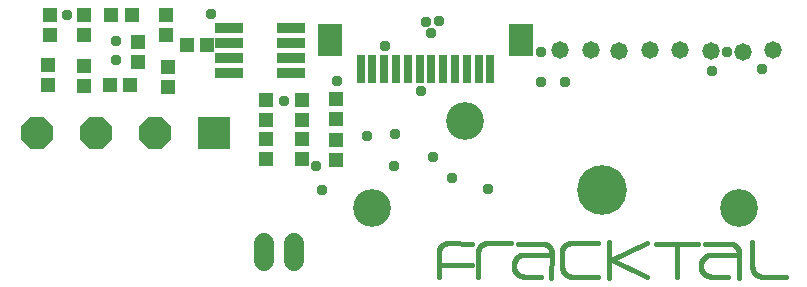
<source format=gbr>
G04 EAGLE Gerber X2 export*
%TF.Part,Single*%
%TF.FileFunction,Soldermask,Top,1*%
%TF.FilePolarity,Negative*%
%TF.GenerationSoftware,Autodesk,EAGLE,9.1.3*%
%TF.CreationDate,2019-04-17T09:40:26Z*%
G75*
%MOMM*%
%FSLAX34Y34*%
%LPD*%
%AMOC8*
5,1,8,0,0,1.08239X$1,22.5*%
G01*
%ADD10C,3.203194*%
%ADD11C,4.203191*%
%ADD12R,2.743200X2.743200*%
%ADD13P,2.969212X8X202.500000*%
%ADD14R,0.803200X2.403200*%
%ADD15R,2.003200X2.803200*%
%ADD16C,1.473200*%
%ADD17C,1.727200*%
%ADD18C,0.406400*%
%ADD19R,2.413000X0.812800*%
%ADD20R,1.203200X1.303200*%
%ADD21R,1.303200X1.203200*%
%ADD22C,0.959600*%


D10*
X395224Y233680D03*
X316992Y159766D03*
X627126Y159766D03*
D11*
X511810Y174498D03*
D12*
X182880Y223012D03*
D13*
X132880Y223012D03*
X82880Y223012D03*
X32880Y223012D03*
D14*
X376978Y277544D03*
X386978Y277544D03*
X366978Y277544D03*
X396978Y277544D03*
D15*
X280978Y301544D03*
X442978Y301544D03*
D14*
X406978Y277544D03*
X416978Y277544D03*
X356978Y277544D03*
X346978Y277544D03*
X336978Y277544D03*
X326978Y277544D03*
X316978Y277544D03*
X306978Y277544D03*
D16*
X577342Y293116D03*
X551942Y293116D03*
X525780Y292608D03*
X655828Y293370D03*
X603758Y292862D03*
D17*
X250444Y129794D02*
X250444Y114554D01*
X225044Y114554D02*
X225044Y129794D01*
D18*
X381762Y129794D02*
X401320Y129540D01*
X381762Y129794D02*
X381000Y129794D01*
X380816Y129792D01*
X380632Y129785D01*
X380448Y129774D01*
X380265Y129758D01*
X380082Y129738D01*
X379899Y129714D01*
X379717Y129685D01*
X379536Y129652D01*
X379356Y129614D01*
X379176Y129573D01*
X378998Y129526D01*
X378821Y129476D01*
X378645Y129421D01*
X378471Y129362D01*
X378298Y129299D01*
X378127Y129231D01*
X377957Y129160D01*
X377789Y129084D01*
X377623Y129005D01*
X377459Y128921D01*
X377297Y128834D01*
X377137Y128742D01*
X376979Y128647D01*
X376824Y128548D01*
X376671Y128445D01*
X376521Y128339D01*
X376373Y128229D01*
X376228Y128115D01*
X376086Y127998D01*
X375947Y127878D01*
X375811Y127754D01*
X375677Y127627D01*
X375547Y127497D01*
X375420Y127363D01*
X375296Y127227D01*
X375176Y127088D01*
X375059Y126946D01*
X374945Y126801D01*
X374835Y126653D01*
X374729Y126503D01*
X374626Y126350D01*
X374527Y126195D01*
X374432Y126037D01*
X374340Y125877D01*
X374253Y125715D01*
X374169Y125551D01*
X374090Y125385D01*
X374014Y125217D01*
X373943Y125047D01*
X373875Y124876D01*
X373812Y124703D01*
X373753Y124529D01*
X373698Y124353D01*
X373648Y124176D01*
X373601Y123998D01*
X373560Y123818D01*
X373522Y123638D01*
X373489Y123457D01*
X373460Y123275D01*
X373436Y123092D01*
X373416Y122909D01*
X373400Y122726D01*
X373389Y122542D01*
X373382Y122358D01*
X373380Y122174D01*
X373380Y100838D01*
X375666Y111252D02*
X401320Y111252D01*
X414528Y129794D02*
X434086Y129794D01*
X414528Y129794D02*
X414331Y129792D01*
X414133Y129784D01*
X413937Y129772D01*
X413740Y129756D01*
X413544Y129734D01*
X413348Y129708D01*
X413153Y129677D01*
X412959Y129641D01*
X412766Y129601D01*
X412574Y129556D01*
X412383Y129506D01*
X412193Y129452D01*
X412005Y129393D01*
X411818Y129329D01*
X411633Y129261D01*
X411449Y129189D01*
X411268Y129112D01*
X411088Y129031D01*
X410910Y128945D01*
X410734Y128855D01*
X410561Y128761D01*
X410390Y128662D01*
X410221Y128560D01*
X410055Y128453D01*
X409892Y128343D01*
X409731Y128228D01*
X409573Y128110D01*
X409418Y127988D01*
X409266Y127862D01*
X409117Y127733D01*
X408972Y127600D01*
X408829Y127463D01*
X408690Y127323D01*
X408554Y127180D01*
X408422Y127033D01*
X408294Y126883D01*
X408169Y126731D01*
X408048Y126575D01*
X407930Y126416D01*
X407817Y126255D01*
X407708Y126091D01*
X407602Y125924D01*
X407501Y125754D01*
X407404Y125583D01*
X407311Y125409D01*
X407222Y125232D01*
X407137Y125054D01*
X407057Y124874D01*
X406981Y124692D01*
X406910Y124508D01*
X406843Y124322D01*
X406781Y124135D01*
X406723Y123946D01*
X406670Y123756D01*
X406622Y123565D01*
X406578Y123372D01*
X406539Y123179D01*
X406504Y122985D01*
X406475Y122789D01*
X406450Y122594D01*
X406429Y122397D01*
X406414Y122201D01*
X406403Y122004D01*
X406397Y121806D01*
X406396Y121609D01*
X406400Y121412D01*
X406146Y100838D01*
X440436Y129540D02*
X460756Y129540D01*
X460955Y129538D01*
X461153Y129530D01*
X461351Y129518D01*
X461549Y129501D01*
X461747Y129479D01*
X461944Y129453D01*
X462140Y129421D01*
X462335Y129385D01*
X462530Y129344D01*
X462723Y129299D01*
X462915Y129248D01*
X463106Y129193D01*
X463295Y129133D01*
X463483Y129069D01*
X463670Y129000D01*
X463854Y128927D01*
X464037Y128849D01*
X464218Y128766D01*
X464396Y128680D01*
X464573Y128589D01*
X464747Y128493D01*
X464919Y128394D01*
X465089Y128290D01*
X465255Y128182D01*
X465419Y128070D01*
X465581Y127954D01*
X465739Y127834D01*
X465895Y127711D01*
X466047Y127583D01*
X466196Y127452D01*
X466342Y127317D01*
X466485Y127179D01*
X466624Y127038D01*
X466760Y126892D01*
X466892Y126744D01*
X467021Y126593D01*
X467146Y126438D01*
X467267Y126281D01*
X467384Y126120D01*
X467497Y125957D01*
X467606Y125791D01*
X467711Y125622D01*
X467812Y125451D01*
X467908Y125277D01*
X468001Y125102D01*
X468089Y124923D01*
X468173Y124743D01*
X468252Y124561D01*
X468327Y124377D01*
X468397Y124191D01*
X468463Y124004D01*
X468524Y123815D01*
X468580Y123624D01*
X468632Y123433D01*
X468679Y123240D01*
X468721Y123045D01*
X468759Y122850D01*
X468792Y122655D01*
X468820Y122458D01*
X468843Y122261D01*
X468862Y122063D01*
X468875Y121865D01*
X468884Y121666D01*
X468630Y100584D01*
X459740Y101600D02*
X445516Y101600D01*
X445301Y101603D01*
X445085Y101610D01*
X444870Y101623D01*
X444655Y101642D01*
X444441Y101665D01*
X444228Y101694D01*
X444015Y101728D01*
X443803Y101767D01*
X443592Y101811D01*
X443382Y101860D01*
X443174Y101914D01*
X442967Y101973D01*
X442761Y102037D01*
X442557Y102107D01*
X442355Y102181D01*
X442154Y102260D01*
X441956Y102344D01*
X441759Y102432D01*
X441565Y102526D01*
X441373Y102624D01*
X441184Y102726D01*
X440997Y102834D01*
X440813Y102945D01*
X440631Y103062D01*
X440453Y103182D01*
X440277Y103307D01*
X440104Y103436D01*
X439935Y103569D01*
X439769Y103706D01*
X439606Y103847D01*
X439447Y103993D01*
X439291Y104142D01*
X439139Y104294D01*
X438991Y104450D01*
X438846Y104610D01*
X438706Y104774D01*
X438569Y104940D01*
X438437Y105110D01*
X438308Y105283D01*
X438184Y105459D01*
X438064Y105638D01*
X437949Y105820D01*
X437838Y106005D01*
X437731Y106192D01*
X437630Y106382D01*
X437532Y106575D01*
X437440Y106769D01*
X437352Y106966D01*
X437269Y107165D01*
X437190Y107365D01*
X437117Y107568D01*
X437049Y107772D01*
X436985Y107978D01*
X436927Y108186D01*
X436873Y108394D01*
X436825Y108604D01*
X436782Y108815D01*
X436744Y109027D01*
X436711Y109240D01*
X436683Y109454D01*
X436660Y109668D01*
X436643Y109883D01*
X436631Y110098D01*
X436624Y110314D01*
X436622Y110529D01*
X436626Y110744D01*
X436636Y110989D01*
X436652Y111233D01*
X436673Y111476D01*
X436701Y111719D01*
X436735Y111961D01*
X436774Y112202D01*
X436820Y112443D01*
X436871Y112682D01*
X436928Y112919D01*
X436991Y113156D01*
X437059Y113390D01*
X437133Y113623D01*
X437213Y113854D01*
X437299Y114083D01*
X437390Y114310D01*
X437486Y114535D01*
X437588Y114757D01*
X437696Y114976D01*
X437808Y115193D01*
X437926Y115407D01*
X438050Y115619D01*
X438178Y115827D01*
X438311Y116032D01*
X438449Y116233D01*
X438592Y116431D01*
X438740Y116626D01*
X438893Y116817D01*
X439050Y117004D01*
X439212Y117187D01*
X439378Y117367D01*
X439549Y117542D01*
X439723Y117713D01*
X439902Y117880D01*
X440085Y118042D01*
X440272Y118200D01*
X440462Y118353D01*
X440656Y118501D01*
X440854Y118645D01*
X441055Y118784D01*
X441260Y118918D01*
X441468Y119047D01*
X441678Y119170D01*
X441892Y119289D01*
X442109Y119402D01*
X442328Y119510D01*
X442550Y119613D01*
X442774Y119710D01*
X443001Y119802D01*
X443230Y119888D01*
X466852Y119888D01*
X485394Y129794D02*
X507746Y129794D01*
X485394Y129794D02*
X485201Y129792D01*
X485007Y129785D01*
X484814Y129773D01*
X484622Y129756D01*
X484429Y129735D01*
X484238Y129709D01*
X484047Y129678D01*
X483857Y129643D01*
X483667Y129603D01*
X483479Y129559D01*
X483292Y129510D01*
X483106Y129456D01*
X482922Y129398D01*
X482739Y129335D01*
X482558Y129268D01*
X482378Y129196D01*
X482200Y129120D01*
X482024Y129040D01*
X481850Y128956D01*
X481678Y128867D01*
X481509Y128774D01*
X481342Y128677D01*
X481177Y128576D01*
X481014Y128470D01*
X480855Y128361D01*
X480698Y128248D01*
X480543Y128132D01*
X480392Y128011D01*
X480244Y127887D01*
X480099Y127759D01*
X479957Y127628D01*
X479818Y127493D01*
X479682Y127355D01*
X479550Y127214D01*
X479422Y127070D01*
X479297Y126922D01*
X479175Y126771D01*
X479058Y126618D01*
X478944Y126461D01*
X478834Y126302D01*
X478728Y126141D01*
X478626Y125976D01*
X478528Y125810D01*
X478434Y125641D01*
X478344Y125469D01*
X478259Y125296D01*
X478178Y125120D01*
X478101Y124943D01*
X478028Y124764D01*
X477960Y124583D01*
X477896Y124400D01*
X477837Y124216D01*
X477782Y124030D01*
X477732Y123844D01*
X477687Y123656D01*
X477646Y123467D01*
X477609Y123277D01*
X477578Y123086D01*
X477551Y122894D01*
X477528Y122702D01*
X477511Y122510D01*
X477498Y122317D01*
X477490Y122124D01*
X477486Y121930D01*
X477487Y121737D01*
X477493Y121543D01*
X477504Y121350D01*
X477520Y121158D01*
X477774Y109728D01*
X477781Y109523D01*
X477793Y109318D01*
X477810Y109113D01*
X477832Y108909D01*
X477859Y108705D01*
X477891Y108503D01*
X477927Y108301D01*
X477969Y108100D01*
X478016Y107900D01*
X478067Y107701D01*
X478123Y107503D01*
X478184Y107307D01*
X478249Y107113D01*
X478320Y106920D01*
X478395Y106729D01*
X478474Y106539D01*
X478558Y106352D01*
X478647Y106167D01*
X478740Y105984D01*
X478837Y105803D01*
X478939Y105625D01*
X479045Y105449D01*
X479156Y105276D01*
X479270Y105106D01*
X479389Y104938D01*
X479512Y104773D01*
X479638Y104612D01*
X479769Y104453D01*
X479903Y104298D01*
X480041Y104146D01*
X480183Y103997D01*
X480328Y103852D01*
X480477Y103711D01*
X480629Y103573D01*
X480784Y103439D01*
X480943Y103308D01*
X481104Y103182D01*
X481269Y103059D01*
X481437Y102941D01*
X481607Y102826D01*
X481780Y102716D01*
X481956Y102610D01*
X482134Y102508D01*
X482315Y102411D01*
X482498Y102318D01*
X482683Y102229D01*
X482871Y102145D01*
X483060Y102066D01*
X483251Y101991D01*
X483444Y101921D01*
X483639Y101855D01*
X483835Y101794D01*
X484032Y101739D01*
X484231Y101687D01*
X484431Y101641D01*
X484632Y101600D01*
X507746Y101346D01*
X517398Y114554D02*
X517398Y130810D01*
X517398Y114554D02*
X517398Y100584D01*
X517398Y114554D02*
X549402Y129794D01*
X549402Y101092D02*
X520192Y115570D01*
X557022Y129286D02*
X592582Y129286D01*
X575056Y129540D02*
X575056Y100838D01*
X598932Y129540D02*
X619252Y129540D01*
X619451Y129538D01*
X619649Y129530D01*
X619847Y129518D01*
X620045Y129501D01*
X620243Y129479D01*
X620440Y129453D01*
X620636Y129421D01*
X620831Y129385D01*
X621026Y129344D01*
X621219Y129299D01*
X621411Y129248D01*
X621602Y129193D01*
X621791Y129133D01*
X621979Y129069D01*
X622166Y129000D01*
X622350Y128927D01*
X622533Y128849D01*
X622714Y128766D01*
X622892Y128680D01*
X623069Y128589D01*
X623243Y128493D01*
X623415Y128394D01*
X623585Y128290D01*
X623751Y128182D01*
X623915Y128070D01*
X624077Y127954D01*
X624235Y127834D01*
X624391Y127711D01*
X624543Y127583D01*
X624692Y127452D01*
X624838Y127317D01*
X624981Y127179D01*
X625120Y127038D01*
X625256Y126892D01*
X625388Y126744D01*
X625517Y126593D01*
X625642Y126438D01*
X625763Y126281D01*
X625880Y126120D01*
X625993Y125957D01*
X626102Y125791D01*
X626207Y125622D01*
X626308Y125451D01*
X626404Y125277D01*
X626497Y125102D01*
X626585Y124923D01*
X626669Y124743D01*
X626748Y124561D01*
X626823Y124377D01*
X626893Y124191D01*
X626959Y124004D01*
X627020Y123815D01*
X627076Y123624D01*
X627128Y123433D01*
X627175Y123240D01*
X627217Y123045D01*
X627255Y122850D01*
X627288Y122655D01*
X627316Y122458D01*
X627339Y122261D01*
X627358Y122063D01*
X627371Y121865D01*
X627380Y121666D01*
X627126Y100584D01*
X618236Y101600D02*
X604012Y101600D01*
X603797Y101603D01*
X603581Y101610D01*
X603366Y101623D01*
X603151Y101642D01*
X602937Y101665D01*
X602724Y101694D01*
X602511Y101728D01*
X602299Y101767D01*
X602088Y101811D01*
X601878Y101860D01*
X601670Y101914D01*
X601463Y101973D01*
X601257Y102037D01*
X601053Y102107D01*
X600851Y102181D01*
X600650Y102260D01*
X600452Y102344D01*
X600255Y102432D01*
X600061Y102526D01*
X599869Y102624D01*
X599680Y102726D01*
X599493Y102834D01*
X599309Y102945D01*
X599127Y103062D01*
X598949Y103182D01*
X598773Y103307D01*
X598600Y103436D01*
X598431Y103569D01*
X598265Y103706D01*
X598102Y103847D01*
X597943Y103993D01*
X597787Y104142D01*
X597635Y104294D01*
X597487Y104450D01*
X597342Y104610D01*
X597202Y104774D01*
X597065Y104940D01*
X596933Y105110D01*
X596804Y105283D01*
X596680Y105459D01*
X596560Y105638D01*
X596445Y105820D01*
X596334Y106005D01*
X596227Y106192D01*
X596126Y106382D01*
X596028Y106575D01*
X595936Y106769D01*
X595848Y106966D01*
X595765Y107165D01*
X595686Y107365D01*
X595613Y107568D01*
X595545Y107772D01*
X595481Y107978D01*
X595423Y108186D01*
X595369Y108394D01*
X595321Y108604D01*
X595278Y108815D01*
X595240Y109027D01*
X595207Y109240D01*
X595179Y109454D01*
X595156Y109668D01*
X595139Y109883D01*
X595127Y110098D01*
X595120Y110314D01*
X595118Y110529D01*
X595122Y110744D01*
X595132Y110989D01*
X595148Y111233D01*
X595169Y111476D01*
X595197Y111719D01*
X595231Y111961D01*
X595270Y112202D01*
X595316Y112443D01*
X595367Y112682D01*
X595424Y112919D01*
X595487Y113156D01*
X595555Y113390D01*
X595629Y113623D01*
X595709Y113854D01*
X595795Y114083D01*
X595886Y114310D01*
X595982Y114535D01*
X596084Y114757D01*
X596192Y114976D01*
X596304Y115193D01*
X596422Y115407D01*
X596546Y115619D01*
X596674Y115827D01*
X596807Y116032D01*
X596945Y116233D01*
X597088Y116431D01*
X597236Y116626D01*
X597389Y116817D01*
X597546Y117004D01*
X597708Y117187D01*
X597874Y117367D01*
X598045Y117542D01*
X598219Y117713D01*
X598398Y117880D01*
X598581Y118042D01*
X598768Y118200D01*
X598958Y118353D01*
X599152Y118501D01*
X599350Y118645D01*
X599551Y118784D01*
X599756Y118918D01*
X599964Y119047D01*
X600174Y119170D01*
X600388Y119289D01*
X600605Y119402D01*
X600824Y119510D01*
X601046Y119613D01*
X601270Y119710D01*
X601497Y119802D01*
X601726Y119888D01*
X625348Y119888D01*
X638810Y109728D02*
X638810Y131064D01*
X638810Y109728D02*
X638812Y109528D01*
X638820Y109327D01*
X638832Y109127D01*
X638849Y108928D01*
X638871Y108728D01*
X638898Y108530D01*
X638930Y108332D01*
X638967Y108135D01*
X639008Y107939D01*
X639055Y107744D01*
X639106Y107550D01*
X639162Y107357D01*
X639222Y107166D01*
X639287Y106977D01*
X639357Y106789D01*
X639432Y106603D01*
X639511Y106419D01*
X639594Y106236D01*
X639682Y106056D01*
X639774Y105878D01*
X639871Y105703D01*
X639972Y105530D01*
X640077Y105359D01*
X640186Y105191D01*
X640300Y105026D01*
X640417Y104863D01*
X640538Y104704D01*
X640664Y104547D01*
X640793Y104394D01*
X640925Y104244D01*
X641062Y104097D01*
X641202Y103953D01*
X641345Y103813D01*
X641492Y103677D01*
X641642Y103544D01*
X641796Y103415D01*
X641952Y103290D01*
X642111Y103169D01*
X642274Y103051D01*
X642439Y102938D01*
X642607Y102828D01*
X642778Y102723D01*
X642951Y102622D01*
X643127Y102526D01*
X643304Y102433D01*
X643485Y102345D01*
X643667Y102262D01*
X643851Y102183D01*
X644037Y102109D01*
X644225Y102039D01*
X644414Y101973D01*
X644606Y101913D01*
X644798Y101857D01*
X644992Y101806D01*
X645187Y101760D01*
X645383Y101718D01*
X645580Y101681D01*
X645778Y101650D01*
X645976Y101623D01*
X646176Y101600D01*
X667004Y101346D01*
D16*
X502412Y293116D03*
D19*
X195834Y312166D03*
X195834Y299466D03*
X195834Y286766D03*
X195834Y274066D03*
X248158Y274066D03*
X248158Y286766D03*
X248158Y299466D03*
X248158Y312166D03*
D20*
X142494Y323460D03*
X142494Y306460D03*
X118872Y300600D03*
X118872Y283600D03*
X144018Y278756D03*
X144018Y261756D03*
X43688Y322698D03*
X43688Y305698D03*
X42672Y280534D03*
X42672Y263534D03*
X286258Y234832D03*
X286258Y251832D03*
X227076Y218050D03*
X227076Y201050D03*
X72644Y305698D03*
X72644Y322698D03*
X72644Y263280D03*
X72644Y280280D03*
D21*
X113148Y323088D03*
X96148Y323088D03*
X111624Y263398D03*
X94624Y263398D03*
X176902Y297942D03*
X159902Y297942D03*
D20*
X286512Y200288D03*
X286512Y217288D03*
X227076Y251324D03*
X227076Y234324D03*
X257302Y234324D03*
X257302Y251324D03*
X257302Y218050D03*
X257302Y201050D03*
D16*
X475742Y293370D03*
X630428Y292100D03*
D22*
X58420Y322698D03*
X242316Y250444D03*
X312166Y220218D03*
X269494Y195580D03*
X180594Y323596D03*
X604266Y275590D03*
X286766Y267208D03*
X335788Y222250D03*
X384048Y184912D03*
X414528Y176022D03*
X647192Y277622D03*
X362458Y317246D03*
X373634Y317754D03*
X366522Y307594D03*
X100330Y300990D03*
X480060Y266700D03*
X100330Y284734D03*
X459740Y266700D03*
X368300Y203200D03*
X335280Y195580D03*
X274320Y175260D03*
X459740Y292100D03*
X358140Y259080D03*
X327660Y297180D03*
X617220Y292100D03*
M02*

</source>
